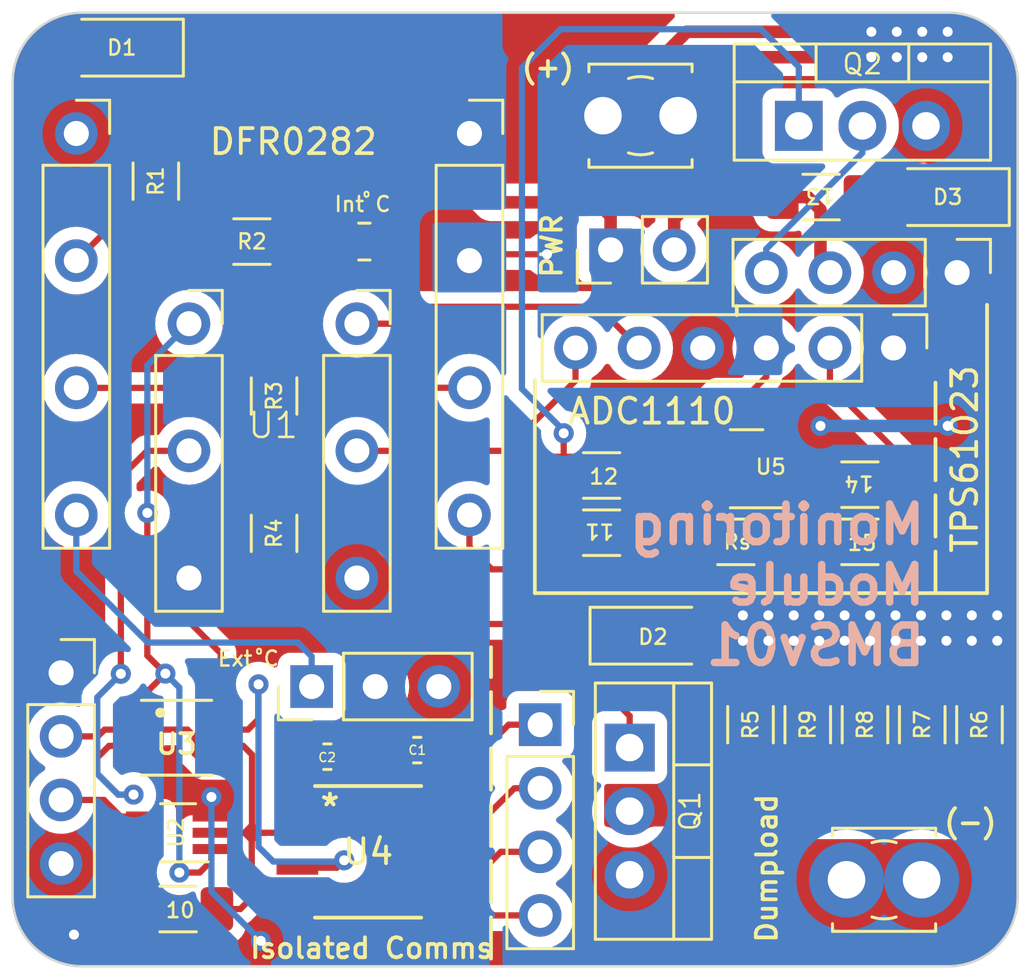
<source format=kicad_pcb>
(kicad_pcb (version 20221018) (generator pcbnew)
  (title_block (title "BMS Skripsie Monitoring Board") (rev "v01") (company "University of Stellenbosch ") (comment 2 "Supervisor: JM Strauss") (comment 3 "Student number: 22877169") (comment 4 "Author: Willem Viljoen"))
  (layers (0 "F.Cu" signal) (31 "B.Cu" signal) (34 "B.Paste" user) (35 "F.Paste" user) (36 "B.SilkS" user "B.Silkscreen") (37 "F.SilkS" user "F.Silkscreen") (38 "B.Mask" user) (39 "F.Mask" user) (44 "Edge.Cuts" user))
  (net 0 "")
  (net 1 "GND1")
  (net 2 "Net-(D1-A)")
  (net 3 "Net-(D2-K)")
  (net 4 "Net-(D2-A)")
  (net 5 "Net-(D3-A)")
  (net 6 "/DQ")
  (net 7 "VS")
  (net 8 "/GND_OFF_Board  ")
  (net 9 "/Comms_ISO_IN")
  (net 10 "/Comms_ISO_OUT")
  (net 11 "/VCC_OFF_Board  ")
  (net 12 "/Comms_IN")
  (net 13 "/Comms_OUT")
  (net 14 "Net-(J3-Pin_3)")
  (net 15 "V_cell")
  (net 16 "Net-(Q1-G)")
  (net 17 "Net-(Q2-G)")
  (net 18 "/5V_EN")
  (net 19 "Net-(R1-Pad2)")
  (net 20 "Net-(U2-B)")
  (net 21 "Net-(J2-Pin_2)")
  (net 22 "Net-(U5-+)")
  (net 23 "Net-(R2-Pad3)")
  (net 24 "Force_Reset")
  (net 25 "Dumpload_EN")
  (net 26 "RX0")
  (net 27 "Net-(J2-Pin_5)")
  (net 28 "Net-(J2-Pin_6)")
  (net 29 "TX0")
  (net 30 "Net-(U3-1Y)")
  (footprint "LED_SMD:LED_1206_3216Metric_Pad1.42x1.75mm_HandSolder" (layer "F.Cu") (at 124.2185 42.799 180)
    (fp_text reference "D1" hide)
    (fp_text value "LED" hide)
    (fp_text user "${REFERENCE}" (at 0 0) (layer "F.SilkS") (effects (font (size 0.6 0.6) (thickness 0.1))))
    (pad "1" smd roundrect (at 1.4875 0 180) (size 1.425 1.75) (layers "F.Cu" "F.Paste" "F.Mask") (roundrect_rratio 0.1754392982) (net 1 "GND1"))
    (pad "2" smd roundrect (at -1.4875 0 180) (size 1.425 1.75) (layers "F.Cu" "F.Paste" "F.Mask") (roundrect_rratio 0.1754392982) (net 2 "Net-(D1-A)"))
  )
  (footprint "Connector_PinHeader_2.54mm:PinHeader_1x02_P2.54mm_Vertical" (layer "F.Cu") (at 143.74 50.876221 90)
    (fp_text reference "J6" hide)
    (fp_text value "Supply Jumper" hide)
    (fp_text user "PWR" (at -1.193779 -1.8796 90 unlocked) (layer "F.SilkS") (effects (font (size 0.8 0.8) (thickness 0.15) bold) (justify left bottom)))
    (pad "1" thru_hole rect (at 0 0 90) (size 1.7 1.7) (drill 1) (layers "*.Cu" "*.Mask") (net 7 "VS"))
    (pad "2" thru_hole oval (at 0 2.54 90) (size 1.7 1.7) (drill 1) (layers "*.Cu" "*.Mask") (net 14 "Net-(J3-Pin_3)"))
  )
  (footprint "Resistor_SMD:R_1206_3216Metric_Pad1.30x1.75mm_HandSolder" (layer "F.Cu") (at 143.382283 62.179221 180)
    (fp_text reference "R11" hide)
    (fp_text value "499" hide)
    (fp_text user "11" (at -0.55 0.4 180 unlocked) (layer "F.SilkS") (effects (font (size 0.6 0.6) (thickness 0.1)) (justify left bottom)))
    (pad "1" smd roundrect (at -1.55 0 180) (size 1.3 1.75) (layers "F.Cu" "F.Paste" "F.Mask") (roundrect_rratio 0.1923076923) (net 24 "Force_Reset"))
    (pad "2" smd roundrect (at 1.55 0 180) (size 1.3 1.75) (layers "F.Cu" "F.Paste" "F.Mask") (roundrect_rratio 0.1923076923) (net 17 "Net-(Q2-G)"))
  )
  (footprint "Resistor_SMD:R_1206_3216Metric_Pad1.30x1.75mm_HandSolder" (layer "F.Cu") (at 153.695283 62.545)
    (fp_text reference "R15" hide)
    (fp_text value "R" hide)
    (fp_text user "15" (at -0.55 0.4 unlocked) (layer "F.SilkS") (effects (font (size 0.6 0.6) (thickness 0.1)) (justify left bottom)))
    (pad "1" smd roundrect (at -1.55 0) (size 1.3 1.75) (layers "F.Cu" "F.Paste" "F.Mask") (roundrect_rratio 0.1923076923) (net 22 "Net-(U5-+)"))
    (pad "2" smd roundrect (at 1.55 0) (size 1.3 1.75) (layers "F.Cu" "F.Paste" "F.Mask") (roundrect_rratio 0.1923076923) (net 21 "Net-(J2-Pin_2)"))
  )
  (footprint "D8-M:D8-M" (layer "F.Cu") (at 134.05625 74.93)
    (fp_text reference "U4" (at 0 0 unlocked) (layer "F.SilkS"))
    (fp_text value "ISO7421D" hide)
    (fp_text user "*" (at -1.524 -1.778 unlocked) (layer "F.SilkS"))
    (fp_text user "*" (at -1.524 -1.778) (layer "F.SilkS"))
    (pad "1" smd rect (at -2.82575 -1.905) (size 1.6637 0.5588) (layers "F.Cu" "F.Paste" "F.Mask") (net 7 "VS"))
    (pad "2" smd rect (at -2.82575 -0.635) (size 1.6637 0.5588) (layers "F.Cu" "F.Paste" "F.Mask") (net 20 "Net-(U2-B)"))
    (pad "3" smd rect (at -2.82575 0.635) (size 1.6637 0.5588) (layers "F.Cu" "F.Paste" "F.Mask") (net 30 "Net-(U3-1Y)"))
    (pad "4" smd rect (at -2.82575 1.905) (size 1.6637 0.5588) (layers "F.Cu" "F.Paste" "F.Mask") (net 1 "GND1"))
    (pad "5" smd rect (at 2.82575 1.905) (size 1.6637 0.5588) (layers "F.Cu" "F.Paste" "F.Mask") (net 8 "/GND_OFF_Board  "))
    (pad "6" smd rect (at 2.82575 0.635) (size 1.6637 0.5588) (layers "F.Cu" "F.Paste" "F.Mask") (net 10 "/Comms_ISO_OUT"))
    (pad "7" smd rect (at 2.82575 -0.635) (size 1.6637 0.5588) (layers "F.Cu" "F.Paste" "F.Mask") (net 9 "/Comms_ISO_IN"))
    (pad "8" smd rect (at 2.82575 -1.905) (size 1.6637 0.5588) (layers "F.Cu" "F.Paste" "F.Mask") (net 11 "/VCC_OFF_Board  "))
  )
  (footprint "Connector_PinHeader_2.54mm:PinHeader_1x04_P2.54mm_Vertical" (layer "F.Cu") (at 157.579283 51.787221 -90)
    (fp_text reference "J3" hide)
    (fp_text value "5V_Regulator" hide)
    (pad "5Vo" thru_hole oval (at 0 5.08 270) (size 1.7 1.7) (drill 1) (layers "*.Cu" "*.Mask") (net 14 "Net-(J3-Pin_3)"))
    (pad "En" thru_hole oval (at 0 7.62 270) (size 1.7 1.7) (drill 1) (layers "*.Cu" "*.Mask") (net 18 "/5V_EN"))
    (pad "G" thru_hole oval (at 0 2.54 270) (size 1.7 1.7) (drill 1) (layers "*.Cu" "*.Mask") (net 1 "GND1"))
    (pad "In" thru_hole rect (at 0 0 270) (size 1.7 1.7) (drill 1) (layers "*.Cu" "*.Mask") (net 15 "V_cell"))
  )
  (footprint "Resistor_SMD:R_0805_2012Metric_Pad1.20x1.40mm_HandSolder" (layer "F.Cu") (at 133.908 50.546 180)
    (fp_text reference "TH1" hide)
    (fp_text value "Thermistor" hide)
    (fp_text user "Int C" (at 1.254 1.143 unlocked) (layer "F.SilkS") (effects (font (size 0.6 0.6) (thickness 0.1)) (justify left bottom)))
    (fp_text user "o" (at -0.27 2.032 180 unlocked) (layer "F.SilkS") (effects (font (size 0.3 0.3) (thickness 0.075)) (justify left bottom)))
    (pad "1" smd roundrect (at -1 0 180) (size 1.2 1.4) (layers "F.Cu" "F.Paste" "F.Mask") (roundrect_rratio 0.2083333333) (net 7 "VS"))
    (pad "2" smd roundrect (at 1 0 180) (size 1.2 1.4) (layers "F.Cu" "F.Paste" "F.Mask") (roundrect_rratio 0.2083333333) (net 23 "Net-(R2-Pad3)"))
  )
  (footprint "TI_ANDgateFP:TI_ANDgateFP" (layer "F.Cu") (at 126.405171 70.371304)
    (fp_text reference "U3" (at 0 0.254) (layer "F.SilkS") (effects (font (size 0.8 0.8))))
    (fp_text value "74LVC2G08D" hide)
    (pad "1" smd roundrect (at -1.77 -0.975) (size 1.42 0.4) (layers "F.Cu" "F.Paste" "F.Mask") (roundrect_rratio 0.05) (net 29 "TX0"))
    (pad "2" smd roundrect (at -1.77 -0.325) (size 1.42 0.4) (layers "F.Cu" "F.Paste" "F.Mask") (roundrect_rratio 0.05) (net 12 "/Comms_IN"))
    (pad "3" smd roundrect (at -1.77 0.325) (size 1.42 0.4) (layers "F.Cu" "F.Paste" "F.Mask") (roundrect_rratio 0.05) (net 26 "RX0"))
    (pad "4" smd roundrect (at -1.77 0.975) (size 1.42 0.4) (layers "F.Cu" "F.Paste" "F.Mask") (roundrect_rratio 0.05) (net 1 "GND1"))
    (pad "5" smd roundrect (at 1.77 0.975) (size 1.42 0.4) (layers "F.Cu" "F.Paste" "F.Mask") (roundrect_rratio 0.05) (net 12 "/Comms_IN"))
    (pad "6" smd roundrect (at 1.77 0.325) (size 1.42 0.4) (layers "F.Cu" "F.Paste" "F.Mask") (roundrect_rratio 0.05) (net 20 "Net-(U2-B)"))
    (pad "7" smd roundrect (at 1.77 -0.325) (size 1.42 0.4) (layers "F.Cu" "F.Paste" "F.Mask") (roundrect_rratio 0.05) (net 30 "Net-(U3-1Y)"))
    (pad "8" smd roundrect (at 1.77 -0.975) (size 1.42 0.4) (layers "F.Cu" "F.Paste" "F.Mask") (roundrect_rratio 0.05) (net 7 "VS"))
  )
  (footprint "Package_TO_SOT_SMD:SOT-23" (layer "F.Cu") (at 149.171783 59.624 180)
    (fp_text reference "U5" (at -0.9652 0.0762) (layer "F.SilkS") (effects (font (size 0.6 0.6) (thickness 0.1) bold)))
    (fp_text value "LM4040DBZ-5" hide)
    (pad "1" smd roundrect (at -0.9375 -0.95 180) (size 1.475 0.6) (layers "F.Cu" "F.Paste" "F.Mask") (net 22 "Net-(U5-+)"))
    (pad "2" smd roundrect (at -0.9375 0.95 180) (size 1.475 0.6) (layers "F.Cu" "F.Paste" "F.Mask") (net 1 "GND1"))
    (pad "3" smd roundrect (at 0.9375 0 180) (size 1.475 0.6) (layers "F.Cu" "F.Paste" "F.Mask") (net 1 "GND1"))
  )
  (footprint "Package_TO_SOT_THT:TO-220-3_Vertical" (layer "F.Cu") (at 144.502 70.7644 -90)
    (fp_text reference "Q1" (at 2.54 -2.413 90) (layer "F.SilkS") (effects (font (size 0.8 0.8) (thickness 0.1))))
    (fp_text value "IRF540N" hide)
    (pad "1" thru_hole rect (at 0 0 270) (size 1.905 2) (drill 1.1) (layers "*.Cu" "*.Mask") (net 16 "Net-(Q1-G)"))
    (pad "2" thru_hole oval (at 2.54 0 270) (size 1.905 2) (drill 1.1) (layers "*.Cu" "*.Mask") (net 3 "Net-(D2-K)"))
    (pad "3" thru_hole oval (at 5.08 0 270) (size 1.905 2) (drill 1.1) (layers "*.Cu" "*.Mask") (net 1 "GND1"))
  )
  (footprint "Resistor_SMD:R_1206_3216Metric_Pad1.30x1.75mm_HandSolder" (layer "F.Cu") (at 153.695283 60.259 180)
    (fp_text reference "R14" hide)
    (fp_text value "R" hide)
    (fp_text user "14" (at -0.6 0.4 180 unlocked) (layer "F.SilkS") (effects (font (size 0.6 0.6) (thickness 0.1)) (justify left bottom)))
    (pad "1" smd roundrect (at -1.55 0 180) (size 1.3 1.75) (layers "F.Cu" "F.Paste" "F.Mask") (roundrect_rratio 0.1923076923) (net 21 "Net-(J2-Pin_2)"))
    (pad "2" smd roundrect (at 1.55 0 180) (size 1.3 1.75) (layers "F.Cu" "F.Paste" "F.Mask") (roundrect_rratio 0.1923076923) (net 1 "GND1"))
  )
  (footprint "Resistor_SMD:R_1206_3216Metric_Pad1.30x1.75mm_HandSolder" (layer "F.Cu") (at 143.382283 59.893221)
    (fp_text reference "R12" hide)
    (fp_text value "10k" hide)
    (fp_text user "12" (at -0.55 0.4 unlocked) (layer "F.SilkS") (effects (font (size 0.6 0.6) (thickness 0.1)) (justify left bottom)))
    (pad "1" smd roundrect (at -1.55 0) (size 1.3 1.75) (layers "F.Cu" "F.Paste" "F.Mask") (roundrect_rratio 0.1923076923) (net 17 "Net-(Q2-G)"))
    (pad "2" smd roundrect (at 1.55 0) (size 1.3 1.75) (layers "F.Cu" "F.Paste" "F.Mask") (roundrect_rratio 0.1923076923) (net 1 "GND1"))
  )
  (footprint "Resistor_SMD:R_1206_3216Metric_Pad1.30x1.75mm_HandSolder" (layer "F.Cu") (at 152.148 48.768 180)
    (fp_text reference "R13" hide)
    (fp_text value "150" hide)
    (fp_text user "13" (at -0.6 0.4 180 unlocked) (layer "F.SilkS") (effects (font (size 0.6 0.6) (thickness 0.1)) (justify left bottom)))
    (pad "1" smd roundrect (at -1.55 0 180) (size 1.3 1.75) (layers "F.Cu" "F.Paste" "F.Mask") (roundrect_rratio 0.1923076923) (net 5 "Net-(D3-A)"))
    (pad "2" smd roundrect (at 1.55 0 180) (size 1.3 1.75) (layers "F.Cu" "F.Paste" "F.Mask") (roundrect_rratio 0.1923076923) (net 14 "Net-(J3-Pin_3)"))
  )
  (footprint "Resistor_SMD:R_1206_3216Metric_Pad1.30x1.75mm_HandSolder" (layer "F.Cu") (at 156.186 69.85 -90)
    (fp_text reference "R7" hide)
    (fp_text value "13" hide)
    (fp_text user "${REFERENCE}" (at 0 0 90) (layer "F.SilkS") (effects (font (size 0.6 0.6) (thickness 0.1) bold)))
    (pad "1" smd roundrect (at -1.55 0 270) (size 1.3 1.75) (layers "F.Cu" "F.Paste" "F.Mask") (roundrect_rratio 0.1923076923) (net 15 "V_cell"))
    (pad "2" smd roundrect (at 1.55 0 270) (size 1.3 1.75) (layers "F.Cu" "F.Paste" "F.Mask") (roundrect_rratio 0.1923076923) (net 3 "Net-(D2-K)"))
  )
  (footprint "Resistor_SMD:R_1206_3216Metric_Pad1.30x1.75mm_HandSolder" (layer "F.Cu") (at 129.415 50.546 180)
    (fp_text reference "R2" hide)
    (fp_text value "10k" hide)
    (fp_text user "${REFERENCE}" (at 0 0) (layer "F.SilkS") (effects (font (size 0.6 0.6) (thickness 0.1) bold)))
    (pad "1" smd roundrect (at -1.55 0 180) (size 1.3 1.75) (layers "F.Cu" "F.Paste" "F.Mask") (roundrect_rratio 0.1923076923) (net 23 "Net-(R2-Pad3)"))
    (pad "2" smd roundrect (at 1.55 0 180) (size 1.3 1.75) (layers "F.Cu" "F.Paste" "F.Mask") (roundrect_rratio 0.1923076923) (net 1 "GND1"))
  )
  (footprint "LED_SMD:LED_1206_3216Metric_Pad1.42x1.75mm_HandSolder" (layer "F.Cu") (at 157.202 48.768 180)
    (fp_text reference "D3" hide)
    (fp_text value "LED" hide)
    (fp_text user "${REFERENCE}" (at 0 0) (layer "F.SilkS") (effects (font (size 0.6 0.6) (thickness 0.1) bold)))
    (pad "1" smd roundrect (at -1.4875 0 180) (size 1.425 1.75) (layers "F.Cu" "F.Paste" "F.Mask") (roundrect_rratio 0.1754392982) (net 1 "GND1"))
    (pad "2" smd roundrect (at 1.4875 0 180) (size 1.425 1.75) (layers "F.Cu" "F.Paste" "F.Mask") (roundrect_rratio 0.1754392982) (net 5 "Net-(D3-A)"))
  )
  (footprint "TerminalBlock_MetzConnect:TerminalBlock_MetzConnect_360272_1x01_Horizontal_ScrewM2.6" (layer "F.Cu") (at 143.4352 45.5168)
    (fp_text reference "J7" hide)
    (fp_text value "Cell(+)" hide)
    (fp_text user "(+)" (at -3.325283 -1.473221 unlocked) (layer "F.SilkS") (effects (font (size 0.8 0.8)) (justify left bottom)))
    (pad "1" thru_hole circle (at 0 0) (size 3 3) (drill 1.5) (layers "*.Cu" "*.Mask") (net 15 "V_cell"))
    (pad "1" thru_hole circle (at 3 0) (size 3 3) (drill 1.5) (layers "*.Cu" "*.Mask") (net 15 "V_cell"))
  )
  (footprint "Capacitor_SMD:C_0603_1608Metric_Pad1.08x0.95mm_HandSolder" (layer "F.Cu") (at 136.0195 70.866 180)
    (fp_text reference "C1" hide)
    (fp_text value "C" hide)
    (fp_text user "${REFERENCE}" (at 0 0) (layer "F.SilkS") (effects (font (size 0.36 0.36) (thickness 0.06))))
    (pad "1" smd roundrect (at -0.8625 0 180) (size 1.075 0.95) (layers "F.Cu" "F.Paste" "F.Mask") (net 11 "/VCC_OFF_Board  "))
    (pad "2" smd roundrect (at 0.8625 0 180) (size 1.075 0.95) (layers "F.Cu" "F.Paste" "F.Mask") (net 8 "/GND_OFF_Board  "))
  )
  (footprint "Capacitor_SMD:C_0603_1608Metric_Pad1.08x0.95mm_HandSolder" (layer "F.Cu") (at 132.43 71.128)
    (fp_text reference "C2" hide)
    (fp_text value "C" hide)
    (fp_text user "${REFERENCE}" (at -0.01 0.03) (layer "F.SilkS") (effects (font (size 0.36 0.36) (thickness 0.06))))
    (pad "1" smd roundrect (at -0.8625 0) (size 1.075 0.95) (layers "F.Cu" "F.Paste" "F.Mask") (net 7 "VS"))
    (pad "2" smd roundrect (at 0.8625 0) (size 1.075 0.95) (layers "F.Cu" "F.Paste" "F.Mask") (net 1 "GND1"))
  )
  (footprint "Resistor_SMD:R_1206_3216Metric_Pad1.30x1.75mm_HandSolder" (layer "F.Cu") (at 130.301283 62.205221 -90)
    (fp_text reference "R4" hide)
    (fp_text value "10k" hide)
    (fp_text user "${REFERENCE}" (at 0 0 90) (layer "F.SilkS") (effects (font (size 0.6 0.6) (thickness 0.1) bold)))
    (pad "1" smd roundrect (at -1.55 0 270) (size 1.3 1.75) (layers "F.Cu" "F.Paste" "F.Mask") (roundrect_rratio 0.1923076923) (net 16 "Net-(Q1-G)"))
    (pad "2" smd roundrect (at 1.55 0 270) (size 1.3 1.75) (layers "F.Cu" "F.Paste" "F.Mask") (roundrect_rratio 0.1923076923) (net 1 "GND1"))
  )
  (footprint "Resistor_SMD:R_1206_3216Metric_Pad1.30x1.75mm_HandSolder" (layer "F.Cu") (at 130.301283 56.718221 -90)
    (fp_text reference "R3" hide)
    (fp_text value "499" hide)
    (fp_text user "${REFERENCE}" (at 0 0 90) (layer "F.SilkS") (effects (font (size 0.6 0.6) (thickness 0.1) bold)))
    (pad "1" smd roundrect (at -1.55 0 270) (size 1.3 1.75) (layers "F.Cu" "F.Paste" "F.Mask") (roundrect_rratio 0.1923076923) (net 25 "Dumpload_EN"))
    (pad "2" smd roundrect (at 1.55 0 270) (size 1.3 1.75) (layers "F.Cu" "F.Paste" "F.Mask") (roundrect_rratio 0.1923076923) (net 16 "Net-(Q1-G)"))
  )
  (footprint "Package_TO_SOT_SMD:SOT-353_SC-70-5_Handsoldering" (layer "F.Cu") (at 126.468 74.168 180)
    (fp_text reference "U2" (at 0.083 0.01 90) (layer "F.SilkS") (effects (font (size 0.6 0.6) (thickness 0.1) bold)))
    (fp_text value "74LVC1G08" hide)
    (pad "1" smd rect (at -1.33 -0.65 180) (size 1.5 0.4) (layers "F.Cu" "F.Paste" "F.Mask") (net 29 "TX0"))
    (pad "2" smd rect (at -1.33 0 180) (size 1.5 0.4) (layers "F.Cu" "F.Paste" "F.Mask") (net 20 "Net-(U2-B)"))
    (pad "3" smd rect (at -1.33 0.65 180) (size 1.5 0.4) (layers "F.Cu" "F.Paste" "F.Mask") (net 1 "GND1"))
    (pad "4" smd rect (at 1.33 0.65 180) (size 1.5 0.4) (layers "F.Cu" "F.Paste" "F.Mask") (net 13 "/Comms_OUT"))
    (pad "5" smd rect (at 1.33 -0.65 180) (size 1.5 0.4) (layers "F.Cu" "F.Paste" "F.Mask") (net 7 "VS"))
  )
  (footprint "Connector_PinSocket_2.54mm:PinSocket_1x04_P2.54mm_Vertical" (layer "F.Cu") (at 121.796571 67.7772)
    (fp_text reference "J5" hide)
    (fp_text value "Comms_connection" hide)
    (pad "1" thru_hole rect (at 0 0) (size 1.7 1.7) (drill 1) (layers "*.Cu" "*.Mask") (net 7 "VS"))
    (pad "2" thru_hole oval (at 0 2.54) (size 1.7 1.7) (drill 1) (layers "*.Cu" "*.Mask") (net 12 "/Comms_IN"))
    (pad "3" thru_hole oval (at 0 5.08) (size 1.7 1.7) (drill 1) (layers "*.Cu" "*.Mask") (net 13 "/Comms_OUT"))
    (pad "4" thru_hole oval (at 0 7.62) (size 1.7 1.7) (drill 1) (layers "*.Cu" "*.Mask") (net 1 "GND1"))
  )
  (footprint "Resistor_SMD:R_1206_3216Metric_Pad1.30x1.75mm_HandSolder" (layer "F.Cu") (at 158.472 69.85 -90)
    (fp_text reference "R6" hide)
    (fp_text value "13" hide)
    (fp_text user "${REFERENCE}" (at 0 0 90) (layer "F.SilkS") (effects (font (size 0.6 0.6) (thickness 0.1) bold)))
    (pad "1" smd roundrect (at -1.55 0 270) (size 1.3 1.75) (layers "F.Cu" "F.Paste" "F.Mask") (roundrect_rratio 0.1923076923) (net 15 "V_cell"))
    (pad "2" smd roundrect (at 1.55 0 270) (size 1.3 1.75) (layers "F.Cu" "F.Paste" "F.Mask") (roundrect_rratio 0.1923076923) (net 3 "Net-(D2-K)"))
  )
  (footprint "Resistor_SMD:R_1206_3216Metric_Pad1.30x1.75mm_HandSolder" (layer "F.Cu") (at 151.614 69.85 -90)
    (fp_text reference "R9" hide)
    (fp_text value "13" hide)
    (fp_text user "${REFERENCE}" (at 0 0 90) (layer "F.SilkS") (effects (font (size 0.6 0.6) (thickness 0.1) bold)))
    (pad "1" smd roundrect (at -1.55 0 270) (size 1.3 1.75) (layers "F.Cu" "F.Paste" "F.Mask") (roundrect_rratio 0.1923076923) (net 15 "V_cell"))
    (pad "2" smd roundrect (at 1.55 0 270) (size 1.3 1.75) (layers "F.Cu" "F.Paste" "F.Mask") (roundrect_rratio 0.1923076923) (net 3 "Net-(D2-K)"))
  )
  (footprint "Battery:Arduino_Beetle" (layer "F.Cu") (at 130.519 55.352)
    (fp_text reference "U1" (at -0.254 2.54 unlocked) (layer "F.SilkS") (effects (font (thickness 0.1))))
    (fp_text value "DFR0282" hide)
    (fp_text user "DFR0282" (at -2.8826 -8.2096 unlocked) (layer "F.SilkS") (effects (justify left bottom)))
    (pad "A0" thru_hole oval (at 7.585 6.116) (size 1.7 1.7) (drill 1) (layers "*.Cu" "*.Mask") (net 24 "Force_Reset"))
    (pad "A1" thru_hole oval (at 7.585 1.036) (size 1.7 1.7) (drill 1) (layers "*.Cu" "*.Mask") (net 23 "Net-(R2-Pad3)"))
    (pad "A2" thru_hole oval (at 7.585 -4.044) (size 1.7 1.7) (drill 1) (layers "*.Cu" "*.Mask") (net 15 "V_cell"))
    (pad "D9" thru_hole oval (at -8.115 6.116) (size 1.7 1.7) (drill 1) (layers "*.Cu" "*.Mask") (net 6 "/DQ"))
    (pad "D10" thru_hole oval (at -8.115 1.036) (size 1.7 1.7) (drill 1) (layers "*.Cu" "*.Mask") (net 25 "Dumpload_EN"))
    (pad "D11" thru_hole oval (at -8.115 -4.044) (size 1.7 1.7) (drill 1) (layers "*.Cu" "*.Mask") (net 19 "Net-(R1-Pad2)"))
    (pad "GND1" thru_hole circle (at -8.115 -9.124) (size 1.7 1.7) (drill 1) (layers "*.Cu" "*.Mask") (net 1 "GND1"))
    (pad "GND1" thru_hole oval (at 3.0896 8.636) (size 1.7 1.7) (drill 1) (layers "*.Cu" "*.Mask") (net 1 "GND1"))
    (pad "RX1" thru_hole oval (at -3.616 3.556) (size 1.7 1.7) (drill 1) (layers "*.Cu" "*.Mask") (net 26 "RX0"))
    (pad "SCL1" thru_hole circle (at 3.0896 -1.524) (size 1.7 1.7) (drill 1) (layers "*.Cu" "*.Mask") (net 27 "Net-(J2-Pin_5)"))
    (pad "SDA1" thru_hole oval (at 3.0896 3.556) (size 1.7 1.7) (drill 1) (layers "*.Cu" "*.Mask") (net 28 "Net-(J2-Pin_6)"))
    (pad "TX1" thru_hole circle (at -3.616 -1.524) (size 1.7 1.7) (drill 1) (layers "*.Cu" "*.Mask") (net 29 "TX0"))
    (pad "VCC1" thru_hole oval (at -3.616 8.636) (size 1.7 1.7) (drill 1) (layers "*.Cu" "*.Mask") (net 7 "VS"))
    (pad "VCC1" thru_hole circle (at 7.585 -9.124) (size 1.7 1.7) (drill 1) (layers "*.Cu" "*.Mask") (net 7 "VS"))
  )
  (footprint "Connector_PinHeader_2.54mm:PinHeader_1x06_P2.54mm_Vertical" (layer "F.Cu") (at 155.039283 54.797221 -90)
    (fp_text reference "J2" hide)
    (fp_text value "16-bit_ADC" hide)
    (pad "SCL1" thru_hole oval (at 0 10.16 270) (size 1.7 1.7) (drill 1) (layers "*.Cu" "*.Mask") (net 27 "Net-(J2-Pin_5)"))
    (pad "SDA1" thru_hole oval (at 0 12.7 270) (size 1.7 1.7) (drill 1) (layers "*.Cu" "*.Mask") (net 28 "Net-(J2-Pin_6)"))
    (pad "Vcc" thru_hole oval (at 0 5.08 270) (size 1.7 1.7) (drill 1) (layers "*.Cu" "*.Mask") (net 7 "VS"))
    (pad "Vin+" thru_hole rect (at 0 0 270) (size 1.7 1.7) (drill 1) (layers "*.Cu" "*.Mask") (net 15 "V_cell"))
    (pad "Vin-" thru_hole oval (at 0 2.54 270) (size 1.7 1.7) (drill 1) (layers "*.Cu" "*.Mask") (net 21 "Net-(J2-Pin_2)"))
    (pad "gnd" thru_hole oval (at 0 7.62 270) (size 1.7 1.7) (drill 1) (layers "*.Cu" "*.Mask") (net 1 "GND1"))
  )
  (footprint "Resistor_SMD:R_1206_3216Metric_Pad1.30x1.75mm_HandSolder" (layer "F.Cu") (at 125.579 48.133 -90)
    (fp_text reference "R1" hide)
    (fp_text value "150" hide)
    (fp_text user "${REFERENCE}" (at 0 0 90) (layer "F.SilkS") (effects (font (size 0.6 0.6) (thickness 0.1) bold)))
    (pad "1" smd roundrect (at -1.55 0 270) (size 1.3 1.75) (layers "F.Cu" "F.Paste" "F.Mask") (roundrect_rratio 0.1923076923) (net 2 "Net-(D1-A)"))
    (pad "2" smd roundrect (at 1.55 0 270) (size 1.3 1.75) (layers "F.Cu" "F.Paste" "F.Mask") (roundrect_rratio 0.1923076923) (net 19 "Net-(R1-Pad2)"))
  )
  (footprint "Resistor_SMD:R_1206_3216Metric_Pad1.30x1.75mm_HandSolder" (layer "F.Cu") (at 148.742283 62.545)
    (fp_text reference "Rs1" hide)
    (fp_text value "R" hide)
    (fp_text user "Rs" (at -0.55 0.35 unlocked) (layer "F.SilkS") (effects (font (size 0.6 0.6) (thickness 0.1)) (justify left bottom)))
    (pad "1" smd roundrect (at -1.55 0) (size 1.3 1.75) (layers "F.Cu" "F.Paste" "F.Mask") (roundrect_rratio 0.1923076923) (net 7 "VS"))
    (pad "2" smd roundrect (at 1.55 0) (size 1.3 1.75) (layers "F.Cu" "F.Paste" "F.Mask") (roundrect_rratio 0.1923076923) (net 22 "Net-(U5-+)"))
  )
  (footprint "Resistor_SMD:R_1206_3216Metric_Pad1.30x1.75mm_HandSolder" (layer "F.Cu") (at 153.9 69.85 -90)
    (fp_text reference "R8" hide)
    (fp_text value "13" hide)
    (fp_text user "${REFERENCE}" (at 0 0 90) (layer "F.SilkS") (effects (font (size 0.6 0.6) (thickness 0.1) bold)))
    (pad "1" smd roundrect (at -1.55 0 270) (size 1.3 1.75) (layers "F.Cu" "F.Paste" "F.Mask") (roundrect_rratio 0.1923076923) (net 15 "V_cell"))
    (pad "2" smd roundrect (at 1.55 0 270) (size 1.3 1.75) (layers "F.Cu" "F.Paste" "F.Mask") (roundrect_rratio 0.1923076923) (net 3 "Net-(D2-K)"))
  )
  (footprint "TerminalBlock_MetzConnect:TerminalBlock_MetzConnect_360272_1x01_Horizontal_ScrewM2.6" (layer "F.Cu") (at 156.162 76.0476 180)
    (fp_text reference "J8" hide)
    (fp_text value "Cell(-)" hide)
    (fp_text user "(-)" (at -3.072 2.667 180 unlocked) (layer "F.SilkS") (effects (font (size 0.8 0.8)) (justify left bottom)))
    (pad "1" thru_hole circle (at 0 0 180) (size 3 3) (drill 1.5) (layers "*.Cu" "*.Mask") (net 1 "GND1"))
    (pad "1" thru_hole circle (at 3 0 180) (size 3 3) (drill 1.5) (layers "*.Cu" "*.Mask") (net 1 "GND1"))
  )
  (footprint "Resistor_SMD:R_1206_3216Metric_Pad1.30x1.75mm_HandSolder" (layer "F.Cu") (at 149.328 69.85 -90)
    (fp_text reference "R5" hide)
    (fp_text value "20" hide)
    (fp_text user "${REFERENCE}" (at 0 0 90) (layer "F.SilkS") (effects (font (size 0.6 0.6) (thickness 0.1) bold)))
    (pad "1" smd roundrect (at -1.55 0 270) (size 1.3 1.75) (layers "F.Cu" "F.Paste" "F.Mask") (roundrect_rratio 0.1923076923) (net 15 "V_cell"))
    (pad "2" smd roundrect (at 1.55 0 270) (size 1.3 1.75) (layers "F.Cu" "F.Paste" "F.Mask") (roundrect_rratio 0.1923076923) (net 4 "Net-(D2-A)"))
  )
  (footprint "Package_TO_SOT_THT:TO-220-3_Vertical" (layer "F.Cu") (at 151.256283 45.923221)
    (fp_text reference "Q2" (at 2.54 -2.469) (layer "F.SilkS") (effects (font (size 0.8 0.8) (thickness 0.1))))
    (fp_text value "IRF540N" hide)
    (pad "1" thru_hole rect (at 0 0) (size 1.905 2) (drill 1.1) (layers "*.Cu" "*.Mask") (net 17 "Net-(Q2-G)"))
    (pad "2" thru_hole oval (at 2.54 0) (size 1.905 2) (drill 1.1) (layers "*.Cu" "*.Mask") (net 18 "/5V_EN"))
    (pad "3" thru_hole oval (at 5.08 0) (size 1.905 2) (drill 1.1) (layers "*.Cu" "*.Mask") (net 1 "GND1"))
  )
  (footprint "Connector_PinHeader_2.54mm:PinHeader_1x03_P2.54mm_Vertical" (layer "F.Cu") (at 134.352 68.326)
    (fp_text reference "J1" hide)
    (fp_text value "ExtTemp_Socket" hide)
    (fp_text user "o" (at -4.836 -1.27 unlocked) (layer "F.SilkS") (effects (font (size 0.3 0.3) (thickness 0.075)) (justify left bottom)))
    (fp_text user "Ext C" (at -6.36 -0.762 unlocked) (layer "F.SilkS") (effects (font (size 0.6 0.6) (thickness 0.1)) (justify left bottom)))
    (pad "1" thru_hole rect (at -2.55 0 90) (size 1.7 1.7) (drill 1) (layers "*.Cu" "*.Mask") (net 6 "/DQ"))
    (pad "2" thru_hole oval (at -0.01 0 90) (size 1.7 1.7) (drill 1) (layers "*.Cu" "*.Mask") (net 7 "VS"))
    (pad "3" thru_hole oval (at 2.53 0 90) (size 1.7 1.7) (drill 1) (layers "*.Cu" "*.Mask") (net 1 "GND1"))
  )
  (footprint "Resistor_SMD:R_1206_3216Metric_Pad1.30x1.75mm_HandSolder" (layer "F.Cu") (at 126.468 77.216)
    (fp_text reference "R10" hide)
    (fp_text value "10k" hide)
    (fp_text user "10" (at -0.55 0.4 unlocked) (layer "F.SilkS") (effects (font (size 0.6 0.6) (thickness 0.1)) (justify left bottom)))
    (pad "1" smd roundrect (at -1.55 0) (size 1.3 1.75) (layers "F.Cu" "F.Paste" "F.Mask") (roundrect_rratio 0.1923076923) (net 7 "VS"))
    (pad "2" smd roundrect (at 1.55 0) (size 1.3 1.75) (layers "F.Cu" "F.Paste" "F.Mask") (roundrect_rratio 0.1923076923) (net 20 "Net-(U2-B)"))
  )
  (footprint "LED_SMD:LED_1206_3216Metric_Pad1.42x1.75mm_HandSolder" (layer "F.Cu") (at 145.3799 66.294)
    (fp_text reference "D2" hide)
    (fp_text value "LED" hide)
    (fp_text user "D2" (at -0.6 0.4 unlocked) (layer "F.SilkS") (effects (font (size 0.6 0.6) (thickness 0.1)) (justify left bottom)))
    (pad "1" smd roundrect (at -1.4875 0) (size 1.425 1.75) (layers "F.Cu" "F.Paste" "F.Mask") (roundrect_rratio 0.1754392982) (net 3 "Net-(D2-K)"))
    (pad "2" smd roundrect (at 1.4875 0) (size 1.425 1.75) (layers "F.Cu" "F.Paste" "F.Mask") (roundrect_rratio 0.1754392982) (net 4 "Net-(D2-A)"))
  )
  (footprint "Connector_PinSocket_2.54mm:PinSocket_1x04_P2.54mm_Vertical" (layer "F.Cu") (at 140.928867 69.85)
    (fp_text reference "J4" hide)
    (fp_text value "Comms_ISO_connection" hide)
    (pad "1" thru_hole rect (at 0 0) (size 1.7 1.7) (drill 1) (layers "*.Cu" "*.Mask") (net 11 "/VCC_OFF_Board  "))
    (pad "2" thru_hole oval (at 0 2.54) (size 1.7 1.7) (drill 1) (layers "*.Cu" "*.Mask") (net 9 "/Comms_ISO_IN"))
    (pad "3" thru_hole oval (at 0 5.08) (size 1.7 1.7) (drill 1) (layers "*.Cu" "*.Mask") (net 10 "/Comms_ISO_OUT"))
    (pad "4" thru_hole oval (at 0 7.62) (size 1.7 1.7) (drill 1) (layers "*.Cu" "*.Mask") (net 8 "/GND_OFF_Board  "))
  )
  (gr_line (start 140.715283 56.083221) (end 140.715283 64.593221) (stroke (width 0.15)) (layer "F.SilkS"))
  (gr_line (start 156.715283 64.583221) (end 156.715283 56.063221) (stroke (width 0.15) (type dash)) (layer "F.SilkS"))
  (gr_line (start 138.9648 79.1972) (end 138.9648 66.7512) (stroke (width 0.15) (type dash)) (layer "F.SilkS"))
  (gr_line (start 148.780883 53.482821) (end 148.780883 53.122821) (stroke (width 0.15)) (layer "F.SilkS"))
  (gr_line (start 158.774883 64.593221) (end 158.774883 53.072821) (stroke (width 0.15)) (layer "F.SilkS"))
  (gr_line (start 140.715283 64.593221) (end 158.774883 64.593221) (stroke (width 0.15)) (layer "F.SilkS"))
  (gr_arc (start 159.996 76.732) (mid 159.184686 78.690686) (end 157.226 79.502) (stroke (width 0.1)) (layer "Edge.Cuts"))
  (gr_line (start 119.862 44.172) (end 119.862 76.732) (stroke (width 0.1)) (layer "Edge.Cuts"))
  (gr_arc (start 122.632 79.502) (mid 120.673314 78.690686) (end 119.862 76.732) (stroke (width 0.1)) (layer "Edge.Cuts"))
  (gr_arc (start 157.226 41.402) (mid 159.184686 42.213314) (end 159.996 44.172) (stroke (width 0.1)) (layer "Edge.Cuts"))
  (gr_arc (start 119.862 44.172) (mid 120.673314 42.213314) (end 122.632 41.402) (stroke (width 0.1)) (layer "Edge.Cuts"))
  (gr_line (start 122.632 79.502) (end 157.226 79.502) (stroke (width 0.1)) (layer "Edge.Cuts"))
  (gr_line (start 157.226 41.402) (end 122.632 41.402) (stroke (width 0.1)) (layer "Edge.Cuts"))
  (gr_line (start 159.996 76.732) (end 159.996 44.172) (stroke (width 0.1)) (layer "Edge.Cuts"))
  (gr_text "Monitoring \nModule\nBMSv01" (at 156.44 67.564) (layer "B.SilkS") (effects (font (size 1.5 1.5) (thickness 0.3) bold) (justify left bottom mirror)))
  (gr_text "Isolated Comms" (at 129.262 79.248) (layer "F.SilkS") (effects (font (size 0.8 0.8)) (justify left bottom)))
  (gr_text "ADC1110" (at 141.962 57.912) (layer "F.SilkS") (effects (font (size 1 1)) (justify left bottom)))
  (gr_text "Dumpload" (at 150.4456 78.6384 90) (layer "F.SilkS") (effects (font (size 0.8 0.8)) (justify left bottom)))
  (gr_text "TPS61023" (at 158.470883 63.072821 90) (layer "F.SilkS") (effects (font (size 1 1)) (justify left bottom)))
  (segment (start 127.8 73.516) (end 127.798 73.518) (width 0.25) (layer "F.Cu") (net 1))
  (segment (start 127.8 72.738) (end 127.8 73.516) (width 0.25) (layer "F.Cu") (net 1))
  (via blind (at 152.122 57.912) (size 0.8) (drill 0.4) (layers "F.Cu" "B.Cu") (net 1))
  (via blind (at 129.77 78.486) (size 0.8) (drill 0.4) (layers "F.Cu" "B.Cu") (net 1))
  (via blind (at 127.8 72.738) (size 0.8) (drill 0.4) (layers "F.Cu" "B.Cu") (net 1))
  (via blind (at 157.202 57.912) (size 0.8) (drill 0.4) (layers "F.Cu" "B.Cu") (net 1))
  (segment (start 127.8 76.516) (end 129.77 78.486) (width 0.25) (layer "B.Cu") (net 1))
  (segment (start 127.8 72.738) (end 127.8 76.516) (width 0.25) (layer "B.Cu") (net 1))
  (segment (start 157.202 57.912) (end 152.122 57.912) (width 0.5) (layer "B.Cu") (net 1))
  (segment (start 125.706 42.799) (end 125.579 42.926) (width 0.25) (layer "F.Cu") (net 2))
  (segment (start 125.579 42.926) (end 125.579 46.583) (width 0.25) (layer "F.Cu") (net 2))
  (segment (start 147.55 66.294) (end 147.804 66.548) (width 0.25) (layer "F.Cu") (net 4))
  (segment (start 147.804 66.548) (end 147.804 70.866) (width 0.25) (layer "F.Cu") (net 4))
  (segment (start 148.338 71.4) (end 149.328 71.4) (width 0.25) (layer "F.Cu") (net 4))
  (segment (start 146.8674 66.294) (end 147.55 66.294) (width 0.25) (layer "F.Cu") (net 4))
  (segment (start 147.804 70.866) (end 148.338 71.4) (width 0.25) (layer "F.Cu") (net 4))
  (segment (start 153.698 48.768) (end 155.7145 48.768) (width 0.25) (layer "F.Cu") (net 5))
  (segment (start 131.802 68.326) (end 131.802 67.12) (width 0.25) (layer "B.Cu") (net 6))
  (segment (start 122.404 63.712) (end 122.404 61.468) (width 0.25) (layer "B.Cu") (net 6))
  (segment (start 131.25 66.568) (end 125.26 66.568) (width 0.25) (layer "B.Cu") (net 6))
  (segment (start 125.26 66.568) (end 122.404 63.712) (width 0.25) (layer "B.Cu") (net 6))
  (segment (start 131.802 67.12) (end 131.25 66.568) (width 0.25) (layer "B.Cu") (net 6))
  (segment (start 125.138 74.818) (end 125.138 76.996) (width 0.25) (layer "F.Cu") (net 7))
  (segment (start 134.908 50.546) (end 134.908 47.274) (width 0.25) (layer "F.Cu") (net 7))
  (segment (start 146.83 62.182717) (end 147.192283 62.545) (width 0.25) (layer "F.Cu") (net 7))
  (segment (start 128.17 66.998) (end 128.17 69.391133) (width 0.25) (layer "F.Cu") (net 7))
  (segment (start 149.29 56.618) (end 148 56.618) (width 0.25) (layer "F.Cu") (net 7))
  (segment (start 133.63 70.038) (end 132.24 70.038) (width 0.25) (layer "F.Cu") (net 7))
  (segment (start 131.83 70.8655) (end 131.5675 71.128) (width 0.25) (layer "F.Cu") (net 7))
  (segment (start 132.24 70.038) (end 131.83 70.448) (width 0.25) (layer "F.Cu") (net 7))
  (segment (start 149.959283 54.797221) (end 149.959283 55.948717) (width 0.25) (layer "F.Cu") (net 7))
  (segment (start 131.5675 71.128) (end 131.5675 72.1005) (width 0.25) (layer "F.Cu") (net 7))
  (segment (start 128.17 69.391133) (end 128.175171 69.396304) (width 0.25) (layer "F.Cu") (net 7))
  (segment (start 134.908 47.274) (end 135.954 46.228) (width 0.25) (layer "F.Cu") (net 7))
  (segment (start 143.188 48.978) (end 138.99 48.978) (width 0.5) (layer "F.Cu") (net 7))
  (segment (start 131.2305 72.4375) (end 131.2305 73.025) (width 0.25) (layer "F.Cu") (net 7))
  (segment (start 148 56.618) (end 146.83 57.788) (width 0.25) (layer "F.Cu") (net 7))
  (segment (start 126.903 65.731) (end 128.17 66.998) (width 0.25) (layer "F.Cu") (net 7))
  (segment (start 122.31 78.238) (end 123.332 77.216) (width 0.25) (layer "F.Cu") (net 7))
  (segment (start 138.104 48.092) (end 138.104 46.228) (width 0.5) (layer "F.Cu") (net 7))
  (segment (start 143.74 50.876221) (end 143.74 49.53) (width 0.5) (layer "F.Cu") (net 7))
  (segment (start 143.74 49.53) (end 143.188 48.978) (width 0.5) (layer "F.Cu") (net 7))
  (segment (start 125.138 76.996) (end 124.918 77.216) (width 0.25) (layer "F.Cu") (net 7))
  (segment (start 123.332 77.216) (end 124.918 77.216) (width 0.25) (layer "F.Cu") (net 7))
  (segment (start 126.903 63.988) (end 126.903 65.731) (width 0.25) (layer "F.Cu") (net 7))
  (segment (start 135.954 46.228) (end 138.104 46.228) (width 0.25) (layer "F.Cu") (net 7))
  (segment (start 138.99 48.978) (end 138.104 48.092) (width 0.5) (layer "F.Cu") (net 7))
  (segment (start 149.959283 55.948717) (end 149.29 56.618) (width 0.25) (layer "F.Cu") (net 7))
  (segment (start 134.342 69.326) (end 133.63 70.038) (width 0.25) (layer "F.Cu") (net 7))
  (segment (start 134.342 68.326) (end 134.342 69.326) (width 0.25) (layer "F.Cu") (net 7))
  (segment (start 131.83 70.448) (end 131.83 70.8655) (width 0.25) (layer "F.Cu") (net 7))
  (segment (start 131.5675 72.1005) (end 131.2305 72.4375) (width 0.25) (layer "F.Cu") (net 7))
  (segment (start 146.83 57.788) (end 146.83 62.182717) (width 0.25) (layer "F.Cu") (net 7))
  (via blind (at 122.31 78.238) (size 0.8) (drill 0.4) (layers "F.Cu" "B.Cu") (net 7))
  (segment (start 139.052 77.47) (end 140.928867 77.47) (width 0.25) (layer "F.Cu") (net 8))
  (segment (start 135.157 70.866) (end 135.157 75.66245) (width 0.25) (layer "F.Cu") (net 8))
  (segment (start 136.32955 76.835) (end 136.882 76.835) (width 0.25) (layer "F.Cu") (net 8))
  (segment (start 136.882 76.835) (end 138.417 76.835) (width 0.25) (layer "F.Cu") (net 8))
  (segment (start 135.157 75.66245) (end 136.32955 76.835) (width 0.25) (layer "F.Cu") (net 8))
  (segment (start 138.417 76.835) (end 139.052 77.47) (width 0.25) (layer "F.Cu") (net 8))
  (segment (start 139.898 72.39) (end 140.928867 72.39) (width 0.25) (layer "F.Cu") (net 9))
  (segment (start 136.882 74.295) (end 137.993 74.295) (width 0.25) (layer "F.Cu") (net 9))
  (segment (start 137.993 74.295) (end 139.898 72.39) (width 0.25) (layer "F.Cu") (net 9))
  (segment (start 138.723 75.565) (end 139.358 74.93) (width 0.25) (layer "F.Cu") (net 10))
  (segment (start 139.358 74.93) (end 140.928867 74.93) (width 0.25) (layer "F.Cu") (net 10))
  (segment (start 136.882 75.565) (end 138.723 75.565) (width 0.25) (layer "F.Cu") (net 10))
  (segment (start 139.668 69.85) (end 138.652 70.866) (width 0.25) (layer "F.Cu") (net 11))
  (segment (start 136.882 70.866) (end 136.882 73.025) (width 0.25) (layer "F.Cu") (net 11))
  (segment (start 140.928867 69.85) (end 139.668 69.85) (width 0.25) (layer "F.Cu") (net 11))
  (segment (start 138.652 70.866) (end 136.882 70.866) (width 0.25) (layer "F.Cu") (net 11))
  (segment (start 124.635171 70.046304) (end 123.531696 70.046304) (width 0.25) (layer "F.Cu") (net 12))
  (segment (start 123.2608 70.3172) (end 121.796571 70.3172) (width 0.25) (layer "F.Cu") (net 12))
  (segment (start 127.127138 71.006175) (end 127.467267 71.346304) (width 0.25) (layer "F.Cu") (net 12))
  (segment (start 123.531696 70.046304) (end 123.2608 70.3172) (width 0.25) (layer "F.Cu") (net 12))
  (segment (start 127.127138 70.329708) (end 127.127138 71.006175) (width 0.25) (layer "F.Cu") (net 12))
  (segment (start 124.635171 70.046304) (end 126.843734 70.046304) (width 0.25) (layer "F.Cu") (net 12))
  (segment (start 127.467267 71.346304) (end 128.175171 71.346304) (width 0.25) (layer "F.Cu") (net 12))
  (segment (start 126.843734 70.046304) (end 127.127138 70.329708) (width 0.25) (layer "F.Cu") (net 12))
  (segment (start 124.17 73.518) (end 123.5092 72.8572) (width 0.25) (layer "F.Cu") (net 13))
  (segment (start 123.5092 72.8572) (end 121.796571 72.8572) (width 0.25) (layer "F.Cu") (net 13))
  (segment (start 125.138 73.518) (end 124.17 73.518) (width 0.25) (layer "F.Cu") (net 13))
  (segment (start 150.598 48.768) (end 151.614 48.768) (width 0.5) (layer "F.Cu") (net 14))
  (segment (start 146.28 49.638) (end 147.15 48.768) (width 0.5) (layer "F.Cu") (net 14))
  (segment (start 147.15 48.768) (end 150.598 48.768) (width 0.5) (layer "F.Cu") (net 14))
  (segment (start 152.122 49.276) (end 152.122 51.409938) (width 0.5) (layer "F.Cu") (net 14))
  (segment (start 152.122 51.409938) (end 152.499283 51.787221) (width 0.5) (layer "F.Cu") (net 14))
  (segment (start 146.28 50.876221) (end 146.28 49.638) (width 0.5) (layer "F.Cu") (net 14))
  (segment (start 151.614 48.768) (end 152.122 49.276) (width 0.5) (layer "F.Cu") (net 14))
  (segment (start 155.17 42.164) (end 155.17 43.18) (width 0.5) (layer "F.Cu") (net 15))
  (segment (start 155.17 42.164) (end 154.154 42.164) (width 0.5) (layer "F.Cu") (net 15))
  (segment (start 154.154 42.164) (end 146.788 42.164) (width 0.5) (layer "F.Cu") (net 15))
  (segment (start 154.154 43.18) (end 148.772 43.18) (width 0.5) (layer "F.Cu") (net 15))
  (segment (start 138.358 51.054) (end 138.104 51.308) (width 0.25) (layer "F.Cu") (net 15))
  (segment (start 146.788 42.164) (end 143.4352 45.5168) (width 0.5) (layer "F.Cu") (net 15))
  (segment (start 156.186 43.18) (end 155.17 43.18) (width 0.5) (layer "F.Cu") (net 15))
  (segment (start 141.2 51.054) (end 138.358 51.054) (width 0.25) (layer "F.Cu") (net 15))
  (segment (start 148.772 43.18) (end 146.4352 45.5168) (width 0.5) (layer "F.Cu") (net 15))
  (segment (start 156.186 42.164) (end 156.186 43.18) (width 0.5) (layer "F.Cu") (net 15))
  (segment (start 157.202 42.164) (end 157.202 43.18) (width 0.5) (layer "F.Cu") (net 15))
  (segment (start 154.154 42.164) (end 154.154 43.18) (width 0.5) (layer "F.Cu") (net 15))
  (segment (start 157.202 43.18) (end 156.186 43.18) (width 0.5) (layer "F.Cu") (net 15))
  (segment (start 155.17 43.18) (end 154.154 43.18) (width 0.5) (layer "F.Cu") (net 15))
  (segment (start 157.202 42.164) (end 156.186 42.164) (width 0.5) (layer "F.Cu") (net 15))
  (segment (start 156.186 42.164) (end 155.17 42.164) (width 0.5) (layer "F.Cu") (net 15))
  (via blind (at 156.1352 66.4972) (size 0.8) (drill 0.4) (layers "F.Cu" "B.Cu") (net 15))
  (via blind (at 154.1032 65.4812) (size 0.8) (drill 0.4) (layers "F.Cu" "B.Cu") (net 15))
  (via blind (at 155.17 43.18) (size 0.8) (drill 0.4) (layers "F.Cu" "B.Cu") (net 15))
  (via blind (at 156.186 43.18) (size 0.8) (drill 0.4) (layers "F.Cu" "B.Cu") (net 15))
  (via blind (at 156.186 42.164) (size 0.8) (drill 0.4) (layers "F.Cu" "B.Cu") (net 15))
  (via blind (at 141.2 51.054) (size 0.8) (drill 0.4) (layers "F.Cu" "B.Cu") (net 15))
  (via blind (at 153.0872 66.4972) (size 0.8) (drill 0.4) (layers "F.Cu" "B.Cu") (net 15))
  (via blind (at 155.17 42.164) (size 0.8) (drill 0.4) (layers "F.Cu" "B.Cu") (net 15))
  (via blind (at 152.0712 66.4972) (size 0.8) (drill 0.4) (layers "F.Cu" "B.Cu") (net 15))
  (via blind (at 159.1832 65.4812) (size 0.8) (drill 0.4) (layers "F.Cu" "B.Cu") (net 15))
  (via blind (at 152.0712 65.4812) (size 0.8) (drill 0.4) (layers "F.Cu" "B.Cu") (net 15))
  (via blind (at 155.1192 65.4812) (size 0.8) (drill 0.4) (layers "F.Cu" "B.Cu") (net 15))
  (via blind (at 157.202 43.18) (size 0.8) (drill 0.4) (layers "F.Cu" "B.Cu") (net 15))
  (via blind (at 157.202 42.164) (size 0.8) (drill 0.4) (layers "F.Cu" "B.Cu") (net 15))
  (via blind (at 151.0552 66.4972) (size 0.8) (drill 0.4) (layers "F.Cu" "B.Cu") (net 15))
  (via blind (at 154.1032 66.4972) (size 0.8) (drill 0.4) (layers "F.Cu" "B.Cu") (net 15))
  (via blind (at 155.1192 66.4972) (size 0.8) (drill 0.4) (layers "F.Cu" "B.Cu") (net 15))
  (via blind (at 157.1512 66.4972) (size 0.8) (drill 0.4) (layers "F.Cu" "B.Cu") (net 15))
  (via blind (at 153.0872 65.4812) (size 0.8) (drill 0.4) (layers "F.Cu" "B.Cu") (net 15))
  (via blind (at 157.1512 65.4812) (size 0.8) (drill 0.4) (layers "F.Cu" "B.Cu") (net 15))
  (via blind (at 149.0232 66.4972) (size 0.8) (drill 0.4) (layers "F.Cu" "B.Cu") (net 15))
  (via blind (at 154.154 42.164) (size 0.8) (drill 0.4) (layers "F.Cu" "B.Cu") (net 15))
  (via blind (at 158.1672 65.4812) (size 0.8) (drill 0.4) (layers "F.Cu" "B.Cu") (net 15))
  (via blind (at 150.0392 65.4812) (size 0.8) (drill 0.4) (layers "F.Cu" "B.Cu") (net 15))
  (via blind (at 151.0552 65.4812) (size 0.8) (drill 0.4) (layers "F.Cu" "B.Cu") (net 15))
  (via blind (at 150.0392 66.4972) (size 0.8) (drill 0.4) (layers "F.Cu" "B.Cu") (net 15))
  (via blind (at 156.1352 65.4812) (size 0.8) (drill 0.4) (layers "F.Cu" "B.Cu") (net 15))
  (via blind (at 149.0232 65.4812) (size 0.8) (drill 0.4) (layers "F.Cu" "B.Cu") (net 15))
  (via blind (at 158.1672 66.4972) (size 0.8) (drill 0.4) (layers "F.Cu" "B.Cu") (net 15))
  (via blind (at 159.1832 66.4972) (size 0.8) (drill 0.4) (layers "F.Cu" "B.Cu") (net 15))
  (via blind (at 154.154 43.18) (size 0.8) (drill 0.4) (layers "F.Cu" "B.Cu") (net 15))
  (segment (start 133.057221 60.655221) (end 130.301283 60.655221) (width 0.25) (layer "F.Cu") (net 16))
  (segment (start 138.23 65.828) (end 133.057221 60.655221) (width 0.25) (layer "F.Cu") (net 16))
  (segment (start 130.301283 58.268221) (end 130.301283 60.655221) (width 0.25) (layer "F.Cu") (net 16))
  (segment (start 140.83 65.828) (end 138.23 65.828) (width 0.25) (layer "F.Cu") (net 16))
  (segment (start 144.502 69.5) (end 140.83 65.828) (width 0.25) (layer "F.Cu") (net 16))
  (segment (start 144.502 70.7644) (end 144.502 69.5) (width 0.25) (layer "F.Cu") (net 16))
  (segment (start 141.832283 62.179221) (end 141.832283 59.893221) (width 0.25) (layer "F.Cu") (net 17))
  (segment (start 141.867717 58.204283) (end 141.867717 59.857787) (width 0.25) (layer "F.Cu") (net 17))
  (segment (start 141.867717 59.857787) (end 141.832283 59.893221) (width 0.25) (layer "F.Cu") (net 17))
  (via blind (at 141.867717 58.204283) (size 0.8) (drill 0.4) (layers "F.Cu" "B.Cu") (net 17))
  (segment (start 140.2 56.432) (end 141.867717 58.099717) (width 0.25) (layer "B.Cu") (net 17))
  (segment (start 140.2 56.432) (end 140.2 43.602) (width 0.25) (layer "B.Cu") (net 17))
  (segment (start 140.2 43.602) (end 141.74 42.062) (width 0.25) (layer "B.Cu") (net 17))
  (segment (start 141.867717 58.099717) (end 141.867717 58.204283) (width 0.25) (layer "B.Cu") (net 17))
  (segment (start 141.74 42.062) (end 149.75 42.062) (width 0.25) (layer "B.Cu") (net 17))
  (segment (start 149.75 42.062) (end 151.26 43.572) (width 0.25) (layer "B.Cu") (net 17))
  (segment (start 151.26 43.572) (end 151.256283 43.575717) (width 0.25) (layer "B.Cu") (net 17))
  (segment (start 151.256283 43.575717) (end 151.256283 45.923221) (width 0.25) (layer "B.Cu") (net 17))
  (segment (start 153.796283 47.001717) (end 149.959283 50.838717) (width 0.25) (layer "B.Cu") (net 18))
  (segment (start 153.796283 45.923221) (end 153.796283 47.001717) (width 0.25) (layer "B.Cu") (net 18))
  (segment (start 149.959283 50.838717) (end 149.959283 51.787221) (width 0.25) (layer "B.Cu") (net 18))
  (segment (start 125.579 49.683) (end 124.029 49.683) (width 0.25) (layer "F.Cu") (net 19))
  (segment (start 124.029 49.683) (end 122.404 51.308) (width 0.25) (layer "F.Cu") (net 19))
  (segment (start 129.42 73.838) (end 129.42 73.888) (width 0.25) (layer "F.Cu") (net 20))
  (segment (start 129.41 74.458) (end 129.12 74.168) (width 0.25) (layer "F.Cu") (net 20))
  (segment (start 129.7 74.168) (end 129.92 74.168) (width 0.25) (layer "F.Cu") (net 20))
  (segment (start 129.42 71.048) (end 129.42 73.838) (width 0.25) (layer "F.Cu") (net 20))
  (segment (start 127.798 74.168) (end 129.09 74.168) (width 0.25) (layer "F.Cu") (net 20))
  (segment (start 129.92 74.168) (end 131.1035 74.168) (width 0.25) (layer "F.Cu") (net 20))
  (segment (start 129.41 74.178) (end 129.4 74.168) (width 0.25) (layer "F.Cu") (net 20))
  (segment (start 129.42 73.838) (end 129.42 73.868) (width 0.25) (layer "F.Cu") (net 20))
  (segment (start 129.4 74.168) (end 129.92 74.168) (width 0.25) (layer "F.Cu") (net 20))
  (segment (start 129.12 74.168) (end 129.09 74.168) (width 0.25) (layer "F.Cu") (net 20))
  (segment (start 129.41 76.758) (end 129.41 74.518) (width 0.25) (layer "F.Cu") (net 20))
  (segment (start 128.952 77.216) (end 129.41 76.758) (width 0.25) (layer "F.Cu") (net 20))
  (segment (start 129.068304 70.696304) (end 129.42 71.048) (width 0.25) (layer "F.Cu") (net 20))
  (segment (start 128.018 77.216) (end 128.952 77.216) (width 0.25) (layer "F.Cu") (net 20))
  (segment (start 129.41 74.518) (end 129.41 74.458) (width 0.25) (layer "F.Cu") (net 20))
  (segment (start 129.41 74.518) (end 129.41 74.178) (width 0.25) (layer "F.Cu") (net 20))
  (segment (start 129.42 73.888) (end 129.7 74.168) (width 0.25) (layer "F.Cu") (net 20))
  (segment (start 129.42 73.868) (end 129.12 74.168) (width 0.25) (layer "F.Cu") (net 20))
  (segment (start 129.09 74.168) (end 129.4 74.168) (width 0.25) (layer "F.Cu") (net 20))
  (segment (start 131.1035 74.168) (end 131.2305 74.295) (width 0.25) (layer "F.Cu") (net 20))
  (segment (start 129.41 74.458) (end 129.7 74.168) (width 0.25) (layer "F.Cu") (net 20))
  (segment (start 128.175171 70.696304) (end 129.068304 70.696304) (width 0.25) (layer "F.Cu") (net 20))
  (segment (start 155.245283 60.259) (end 155.245283 59.023283) (width 0.25) (layer "F.Cu") (net 21))
  (segment (start 155.245283 62.545) (end 155.245283 60.259) (width 0.25) (layer "F.Cu") (net 21))
  (segment (start 152.499283 56.277283) (end 152.499283 54.797221) (width 0.25) (layer "F.Cu") (net 21))
  (segment (start 155.245283 59.023283) (end 152.499283 56.277283) (width 0.25) (layer "F.Cu") (net 21))
  (segment (start 150.292283 62.545) (end 152.145283 62.545) (width 0.25) (layer "F.Cu") (net 22))
  (segment (start 150.109283 60.574) (end 150.109283 62.362) (width 0.25) (layer "F.Cu") (net 22))
  (segment (start 150.109283 62.362) (end 150.292283 62.545) (width 0.25) (layer "F.Cu") (net 22))
  (segment (start 130.965 50.546) (end 130.965 53.457) (width 0.25) (layer "F.Cu") (net 23))
  (segment (start 130.965 50.546) (end 132.908 50.546) (width 0.25) (layer "F.Cu") (net 23))
  (segment (start 138.104 56.388) (end 133.896 56.388) (width 0.25) (layer "F.Cu") (net 23))
  (segment (start 133.896 56.388) (end 130.965 53.457) (width 0.25) (layer "F.Cu") (net 23))
  (segment (start 144.75 63.322) (end 144.75 62.361504) (width 0.25) (layer "F.Cu") (net 24))
  (segment (start 138.104 61.468) (end 138.104 62.746) (width 0.25) (layer "F.Cu") (net 24))
  (segment (start 144.75 62.361504) (end 144.932283 62.179221) (width 0.25) (layer "F.Cu") (net 24))
  (segment (start 139 63.642) (end 144.43 63.642) (width 0.25) (layer "F.Cu") (net 24))
  (segment (start 138.104 62.746) (end 139 63.642) (width 0.25) (layer "F.Cu") (net 24))
  (segment (start 144.43 63.642) (end 144.75 63.322) (width 0.25) (layer "F.Cu") (net 24))
  (segment (start 122.408 56.392) (end 130.04 56.392) (width 0.25) (layer "F.Cu") (net 25))
  (segment (start 130.04 56.392) (end 130.301283 56.130717) (width 0.25) (layer "F.Cu") (net 25))
  (segment (start 122.404 56.388) (end 122.408 56.392) (width 0.25) (layer "F.Cu") (net 25))
  (segment (start 130.301283 56.130717) (end 130.301283 55.168221) (width 0.25) (layer "F.Cu") (net 25))
  (segment (start 124.182 67.818) (end 124.182 59.956) (width 0.25) (layer "F.Cu") (net 26))
  (segment (start 123.24 71.808) (end 124.076 72.644) (width 0.25) (layer "F.Cu") (net 26))
  (segment (start 124.635171 70.696304) (end 123.711696 70.696304) (width 0.25) (layer "F.Cu") (net 26))
  (segment (start 123.24 71.168) (end 123.24 71.808) (width 0.25) (layer "F.Cu") (net 26))
  (segment (start 123.711696 70.696304) (end 123.24 71.168) (width 0.25) (layer "F.Cu") (net 26))
  (segment (start 125.23 58.908) (end 126.903 58.908) (width 0.25) (layer "F.Cu") (net 26))
  (segment (start 124.182 59.956) (end 125.23 58.908) (width 0.25) (layer "F.Cu") (net 26))
  (segment (start 124.076 72.644) (end 124.69 72.644) (width 0.25) (layer "F.Cu") (net 26))
  (via blind (at 124.69 72.644) (size 0.8) (drill 0.4) (layers "F.Cu" "B.Cu") (net 26))
  (via blind (at 124.182 67.818) (size 0.8) (drill 0.4) (layers "F.Cu" "B.Cu") (net 26))
  (segment (start 124.69 72.644) (end 124.076 72.644) (width 0.25) (layer "B.Cu") (net 26))
  (segment (start 124.076 72.644) (end 123.24 71.808) (width 0.25) (layer "B.Cu") (net 26))
  (segment (start 123.24 71.808) (end 123.24 68.76) (width 0.25) (layer "B.Cu") (net 26))
  (segment (start 123.24 68.76) (end 124.182 67.818) (width 0.25) (layer "B.Cu") (net 26))
  (segment (start 143.234062 53.152) (end 136.03 53.152) (width 0.25) (layer "F.Cu") (net 27))
  (segment (start 135.354 53.828) (end 133.6086 53.828) (width 0.25) (layer "F.Cu") (net 27))
  (segment (start 136.03 53.152) (end 135.354 53.828) (width 0.25) (layer "F.Cu") (net 27))
  (segment (start 144.879283 54.797221) (end 143.234062 53.152) (width 0.25) (layer "F.Cu") (net 27))
  (segment (start 142.339283 56.102717) (end 139.534 58.908) (width 0.25) (layer "F.Cu") (net 28))
  (segment (start 142.339283 54.797221) (end 142.339283 56.102717) (width 0.25) (layer "F.Cu") (net 28))
  (segment (start 139.534 58.908) (end 133.6086 58.908) (width 0.25) (layer "F.Cu") (net 28))
  (segment (start 125.96 67.808) (end 125.24 67.088) (width 0.25) (layer "F.Cu") (net 29))
  (segment (start 124.635171 69.132829) (end 125.96 67.808) (width 0.25) (layer "F.Cu") (net 29))
  (segment (start 124.635171 69.396304) (end 124.635171 69.132829) (width 0.25) (layer "F.Cu") (net 29))
  (segment (start 125.24 67.088) (end 125.24 61.388) (width 0.25) (layer "F.Cu") (net 29))
  (segment (start 127.798 75.29) (end 127.33 75.758) (width 0.25) (layer "F.Cu") (net 29))
  (segment (start 127.33 75.758) (end 126.52 75.758) (width 0.25) (layer "F.Cu") (net 29))
  (segment (start 127.798 74.818) (end 127.798 75.29) (width 0.25) (layer "F.Cu") (net 29))
  (via blind (at 126.52 75.758) (size 0.8) (drill 0.4) (layers "F.Cu" "B.Cu") (net 29))
  (via blind (at 125.24 61.388) (size 0.8) (drill 0.4) (layers "F.Cu" "B.Cu") (net 29))
  (via blind (at 125.96 67.808) (size 0.8) (drill 0.4) (layers "F.Cu" "B.Cu") (net 29))
  (segment (start 125.24 55.491) (end 126.903 53.828) (width 0.25) (layer "B.Cu") (net 29))
  (segment (start 126.52 75.758) (end 126.52 68.368) (width 0.25) (layer "B.Cu") (net 29))
  (segment (start 126.52 68.368) (end 125.96 67.808) (width 0.25) (layer "B.Cu") (net 29))
  (segment (start 125.24 61.388) (end 125.24 55.491) (width 0.25) (layer "B.Cu") (net 29))
  (segment (start 128.175171 70.046304) (end 129.261696 70.046304) (width 0.25) (layer "F.Cu") (net 30))
  (segment (start 131.2305 75.565) (end 132.803 75.565) (width 0.25) (layer "F.Cu") (net 30))
  (segment (start 129.67 69.638) (end 129.67 68.248) (width 0.25) (layer "F.Cu") (net 30))
  (segment (start 129.67 68.248) (end 129.68 68.238) (width 0.25) (layer "F.Cu") (net 30))
  (segment (start 132.803 75.565) (end 133.1 75.268) (width 0.25) (layer "F.Cu") (net 30))
  (segment (start 129.261696 70.046304) (end 129.67 69.638) (width 0.25) (layer "F.Cu") (net 30))
  (via blind (at 133.1 75.268) (size 0.8) (drill 0.4) (layers "F.Cu" "B.Cu") (net 30))
  (via blind (at 129.68 68.238) (size 0.8) (drill 0.4) (layers "F.Cu" "B.Cu") (net 30))
  (segment (start 133.05 75.318) (end 133.1 75.268) (width 0.25) (layer "B.Cu") (net 30))
  (segment (start 130.27 75.318) (end 133.05 75.318) (width 0.25) (layer "B.Cu") (net 30))
  (segment (start 129.68 68.238) (end 129.68 74.728) (width 0.25) (layer "B.Cu") (net 30))
  (segment (start 129.68 74.728) (end 130.27 75.318) (width 0.25) (layer "B.Cu") (net 30))
  (zone (net 15) (net_name "V_cell") (layer "F.Cu") (priority 2) (connect_pads yes (clearance 0.5)) (min_thickness 0.25) (fill yes (thermal_gap 0.5) (thermal_bridge_width 0.5))
    (polygon (pts (xy 160.25 64.008) (xy 148.312 64.008) (xy 148.312 69.342) (xy 160.25 69.342)))
  )
  (zone (net 3) (net_name "Net-(D2-K)") (layer "F.Cu") (priority 3) (connect_pads yes (clearance 0.5)) (min_thickness 0.25) (fill yes (thermal_gap 0.5) (thermal_bridge_width 0.5))
    (polygon (pts (xy 160.25 74.422) (xy 149.836 74.422) (xy 142.978 74.422) (xy 142.978 64.008) (xy 148.312 64.008) (xy 148.312 69.342) (xy 160.25 69.342)))
  )
  (zone (net 1) (net_name "GND1") (layer "F.Cu") (priority 4) (connect_pads yes (clearance 0.5)) (min_thickness 0.25) (fill yes (thermal_gap 0.5) (thermal_bridge_width 0.5))
    (polygon (pts (xy 160.25 64.008) (xy 160.25 40.894) (xy 119.356 40.894) (xy 119.356 80.01) (xy 160.25 80.01) (xy 160.25 74.422) (xy 149.836 74.422) (xy 142.978 74.422) (xy 142.978 69.342) (xy 142.978 64.008) (xy 148.312 64.008)))
  )
  (zone (net 15) (net_name "V_cell") (layer "B.Cu") (priority 1) (connect_pads yes (clearance 0.5)) (min_thickness 0.25) (fill yes (thermal_gap 0.5) (thermal_bridge_width 0.5))
    (polygon (pts (xy 139.93 41.148) (xy 159.996 41.148) (xy 159.996 79.756) (xy 139.422 79.756) (xy 139.422 56.388) (xy 151.106 56.388) (xy 151.106 49.53) (xy 142.47 49.53) (xy 142.47 52.578) (xy 136.628 52.578) (xy 136.628 49.784) (xy 139.93 49.784)))
  )
  (zone (net 7) (net_name "VS") (layer "B.Cu") (connect_pads yes (clearance 0.5)) (min_thickness 0.25) (fill yes (thermal_gap 0.5) (thermal_bridge_width 0.5))
    (polygon (pts (xy 151.106 56.388) (xy 139.422 56.388) (xy 139.422 79.756) (xy 119.61 79.756) (xy 119.61 41.148) (xy 139.93 41.148) (xy 139.93 49.784) (xy 136.628 49.784) (xy 136.628 52.578) (xy 142.47 52.578) (xy 142.47 49.53) (xy 151.106 49.53)))
  )
)
</source>
